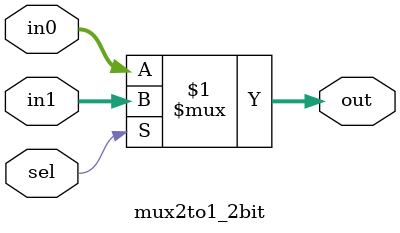
<source format=v>
`timescale 1ns / 1ps


module mux2to1_2bit(
    input [1:0] in0,      // 8-bit input 0
    input [1:0] in1,      // 8-bit input 1
    input sel,            // select line
    output [1:0] out      // 8-bit output
);

    assign out = (sel) ? in1 : in0;   // If sel=1, select in1; else select in0

endmodule
</source>
